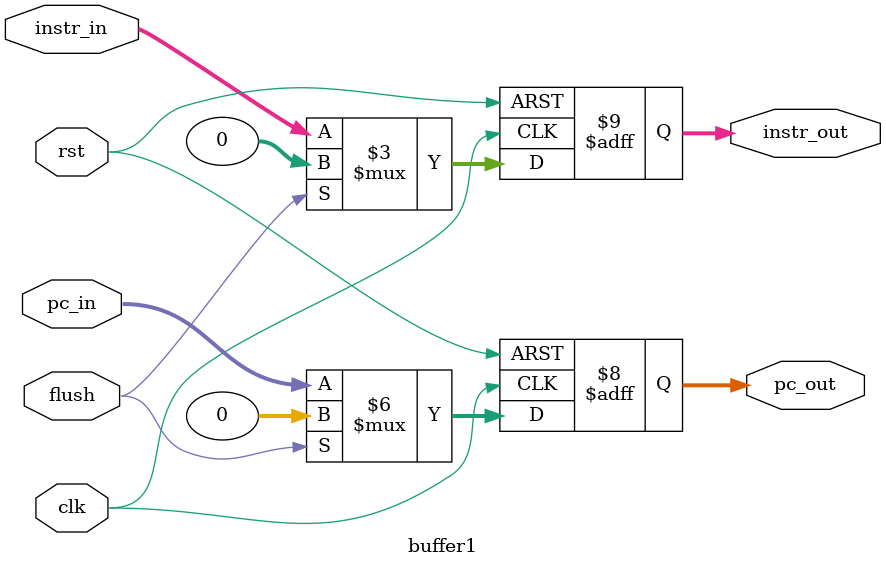
<source format=sv>
module buffer1 (
    input  logic        clk,
    input  logic        rst,
    input  logic        flush,
    input  logic [31:0] pc_in,
    input  logic [31:0] instr_in,
    output logic [31:0] pc_out,
    output logic [31:0] instr_out
);

    always_ff @(posedge clk or posedge rst) begin
        if (rst) begin
            pc_out    <= 32'b0;
            instr_out <= 32'b0;
        end else if (flush) begin
            pc_out    <= 32'b0;
            instr_out <= 32'b0; // NOP (0x00000000 is often treated as illegal or bubble, essentially NOP here)
        end else begin
            pc_out    <= pc_in;
            instr_out <= instr_in;
        end
    end

endmodule

</source>
